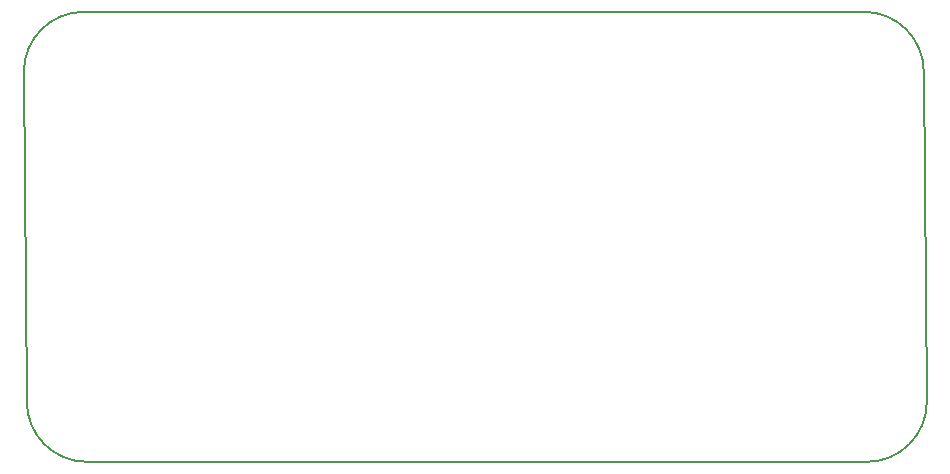
<source format=gbr>
G04 #@! TF.GenerationSoftware,KiCad,Pcbnew,(5.0.1-3-g963ef8bb5)*
G04 #@! TF.CreationDate,2019-04-05T16:02:28+08:00*
G04 #@! TF.ProjectId,cactus,6361637475732E6B696361645F706362,rev?*
G04 #@! TF.SameCoordinates,Original*
G04 #@! TF.FileFunction,Profile,NP*
%FSLAX46Y46*%
G04 Gerber Fmt 4.6, Leading zero omitted, Abs format (unit mm)*
G04 Created by KiCad (PCBNEW (5.0.1-3-g963ef8bb5)) date 2019 April 05, Friday 16:02:28*
%MOMM*%
%LPD*%
G01*
G04 APERTURE LIST*
%ADD10C,0.200000*%
%ADD11C,0.150000*%
G04 APERTURE END LIST*
D10*
X190246000Y-55880000D02*
X190500000Y-83820000D01*
X114046000Y-55880000D02*
X114300000Y-83820000D01*
D11*
X119380000Y-88900000D02*
X185420000Y-88900000D01*
X119380000Y-88900000D02*
G75*
G02X114300000Y-83820000I0J5080000D01*
G01*
X119126000Y-50800000D02*
X185166000Y-50800000D01*
X185166000Y-50800000D02*
G75*
G02X190246000Y-55880000I0J-5080000D01*
G01*
X190500000Y-83820000D02*
G75*
G02X185420000Y-88900000I-5080000J0D01*
G01*
X114046000Y-55880000D02*
G75*
G02X119126000Y-50800000I5080000J0D01*
G01*
M02*

</source>
